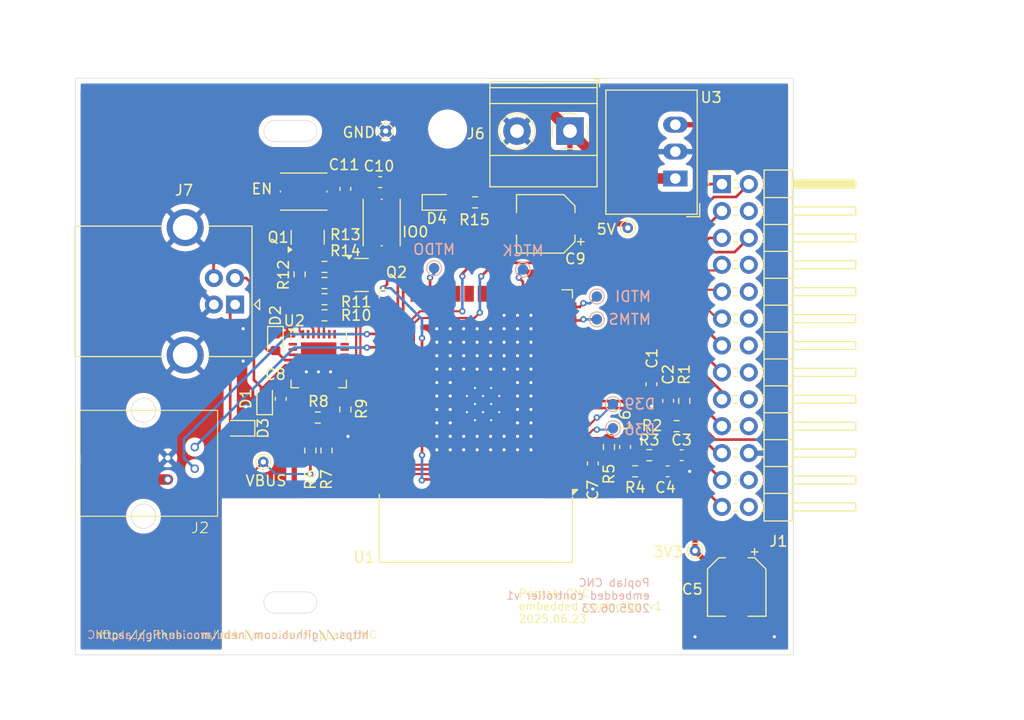
<source format=kicad_pcb>
(kicad_pcb (version 20241229) (generator "pcbnew") (generator_version "9.0")
  (layers (0 "F.Cu" signal) (2 "B.Cu" signal) (13 "F.Paste" user) (15 "B.Paste" user) (5 "F.SilkS" user "F.Silkscreen") (7 "B.SilkS" user "B.Silkscreen") (1 "F.Mask" user) (3 "B.Mask" user) (25 "Edge.Cuts" user))
  (net 0 "")
  (net 1 "D19")
  (net 2 "pin_18")
  (net 3 "D32")
  (net 4 "GND")
  (net 5 "pin_19")
  (net 6 "pin_21")
  (net 7 "D35")
  (net 8 "D34")
  (net 9 "3V3")
  (net 10 "D23")
  (net 11 "D27")
  (net 12 "pin_20")
  (net 13 "pin_23")
  (net 14 "pin_22")
  (net 16 "D26")
  (net 17 "D25")
  (net 18 "D33")
  (net 19 "D22")
  (net 20 "D5")
  (net 21 "D18")
  (net 23 "pin_17")
  (net 24 "pin_15")
  (net 25 "/EN")
  (net 26 "5V")
  (net 27 "/~{RTS}")
  (net 28 "Net-(Q1-B)")
  (net 29 "Net-(Q2-B)")
  (net 30 "/IO0")
  (net 31 "/~{DTR}")
  (net 32 "/VBUS")
  (net 33 "Net-(U2-VBUS)")
  (net 34 "Net-(U2-~{RST})")
  (net 35 "Net-(U2-~{SUSPEND})")
  (net 36 "/TXD0_ESP")
  (net 37 "/RXD_BRIDGE")
  (net 38 "/TXD_BRIDGE")
  (net 39 "/RXD0_ESP")
  (net 42 "D36")
  (net 44 "D21")
  (net 45 "/MTCK")
  (net 57 "/D-")
  (net 61 "/D+")
  (net 66 "Net-(Q2-E)")
  (net 67 "Net-(D4-A)")
  (net 68 "/U2TXD")
  (net 69 "/U2RXD")
  (net 70 "/MTDO")
  (net 71 "/MTMS")
  (net 72 "/MTDI")
  (net 73 "D2")
  (net 74 "D4")
  (net 77 "D39")
  (footprint "Diode_SMD:D_0603_1608Metric" (layer "F.Cu") (at 116.4335 61.722)
    (property "Reference" "D4")
    (property "Value" "LED")
  )
  (footprint "Library:RJ11_C189737" (layer "F.Cu") (at 93.472 86.362 90)
    (property "Reference" "J2")
    (property "Value" "RJ11")
    (fp_circle (center 5 -4.84) (end 6.15 -4.84) (stroke (width 0.05)) (fill no) (layer "Edge.Cuts"))
    (fp_circle (center -5 -4.84) (end -3.85 -4.84) (stroke (width 0.05)) (fill no) (layer "Edge.Cuts"))
  )
  (footprint "Diode_SMD:D_0603_1608Metric" (layer "F.Cu") (at 100.076 80.2895 90)
    (property "Reference" "D1")
    (property "Value" "D_TVS")
  )
  (footprint "Package_TO_SOT_SMD:SOT-23" (layer "F.Cu") (at 104.14 65.024 90)
    (property "Reference" "Q1")
    (property "Value" "SS8050")
  )
  (footprint "Resistor_SMD:R_0603_1608Metric" (layer "F.Cu") (at 132.588 84.823 90)
    (property "Reference" "R5")
    (property "Value" "10k")
  )
  (footprint "TestPoint:TestPoint_THTPad_D1.0mm_Drill0.5mm" (layer "F.Cu") (at 140.716 94.615)
    (property "Reference" "TP2")
    (property "Value" "3V3")
  )
  (footprint "TestPoint:TestPoint_THTPad_D1.0mm_Drill0.5mm" (layer "F.Cu") (at 99.949 86.233)
    (property "Reference" "TP1")
    (property "Value" "VBUS")
  )
  (footprint "Resistor_SMD:R_0603_1608Metric" (layer "F.Cu") (at 107.696 81.28 -90)
    (property "Reference" "R9")
    (property "Value" "DNP")
  )
  (footprint "Resistor_SMD:R_0603_1608Metric" (layer "F.Cu") (at 105.727 70.866 180)
    (property "Reference" "R11")
    (property "Value" "0R")
  )
  (footprint "Capacitor_SMD:C_0603_1608Metric" (layer "F.Cu") (at 107.696 60.452 90)
    (property "Reference" "C11")
    (property "Value" "100nF")
  )
  (footprint "Diode_SMD:D_0603_1608Metric" (layer "F.Cu") (at 101.092 74.93 -90)
    (property "Reference" "D2")
    (property "Value" "D_TVS")
  )
  (footprint "Capacitor_SMD:C_0603_1608Metric" (layer "F.Cu") (at 101.6 80.277 -90)
    (property "Reference" "C8")
    (property "Value" "100nF")
  )
  (footprint "Button_Switch_SMD:SW_Push_1P1T_NO_Vertical_Wuerth_434133025816" (layer "F.Cu") (at 103.759 60.706)
    (property "Reference" "SW2")
    (property "Value" "EN")
  )
  (footprint "Package_DFN_QFN:QFN-28-1EP_5x5mm_P0.5mm_EP3.35x3.35mm" (layer "F.Cu") (at 105.18 76.618)
    (property "Reference" "U2")
    (property "Value" "CP2102N-A02-GQFN28" (hide yes))
  )
  (footprint "Resistor_SMD:R_0603_1608Metric" (layer "F.Cu") (at 105.727 72.39 180)
    (property "Reference" "R10")
    (property "Value" "0R")
  )
  (footprint "Resistor_SMD:R_0603_1608Metric" (layer "F.Cu") (at 105.918 85.153 90)
    (property "Reference" "R7")
    (property "Value" "47.5k (1%)")
  )
  (footprint "Capacitor_SMD:C_0603_1608Metric" (layer "F.Cu") (at 138.176 80.4672 90)
    (property "Reference" "C2")
    (property "Value" "100nF")
  )
  (footprint "Resistor_SMD:R_0603_1608Metric" (layer "F.Cu") (at 105.727 69.342 180)
    (property "Reference" "R14")
    (property "Value" "0R")
  )
  (footprint "RF_Module:ESP32-WROOM-32" (layer "F.Cu") (at 120.02 79.863 180)
    (property "Reference" "U1")
    (property "Value" "ESP32-WROOM-32")
  )
  (footprint "Button_Switch_SMD:SW_Push_1P1T_NO_Vertical_Wuerth_434133025816" (layer "F.Cu") (at 111.125 63.627 -90)
    (property "Reference" "SW1")
    (property "Value" "IO0")
  )
  (footprint "MountingHole:MountingHole_3.2mm_M3" (layer "F.Cu") (at 117.35 99.65)
    (property "Reference" "H2" (hide yes))
    (property "Value" "MountingHole")
  )
  (footprint "TerminalBlock_Phoenix:TerminalBlock_Phoenix_MKDS-1,5-2_1x02_P5.00mm_Horizontal" (layer "F.Cu") (at 128.905 54.991 180)
    (property "Reference" "J6")
    (property "Value" "Screw_Terminal_01x02")
  )
  (footprint "Resistor_SMD:R_0603_1608Metric" (layer "F.Cu") (at 105.727 67.818)
    (property "Reference" "R13")
    (property "Value" "10k")
  )
  (footprint "Capacitor_SMD:C_0603_1608Metric" (layer "F.Cu") (at 134.112 84.823 -90)
    (property "Reference" "C6")
    (property "Value" "100nF")
  )
  (footprint "Diode_SMD:D_0603_1608Metric" (layer "F.Cu") (at 97.663 83.058 180)
    (property "Reference" "D3")
    (property "Value" "D_TVS")
  )
  (footprint "Capacitor_SMD:C_0603_1608Metric" (layer "F.Cu") (at 131.064 86.373 -90)
    (property "Reference" "C7")
    (property "Value" "100nF")
  )
  (footprint "Capacitor_SMD:CP_Elec_5x5.4" (layer "F.Cu") (at 126.619 63.754 180)
    (property "Reference" "C9")
    (property "Value" "10uF")
  )
  (footprint "Capacitor_SMD:C_0603_1608Metric" (layer "F.Cu") (at 138.126 87.122)
    (property "Reference" "C4")
    (property "Value" "100nF")
  )
  (footprint "Converter_DCDC:Converter_DCDC_RECOM_R-78E-0.5_THT" (layer "F.Cu") (at 138.8595 59.4705 90)
    (property "Reference" "U3")
    (property "Value" "R-78E3.3-1.0")
  )
  (footprint "Capacitor_SMD:C_0603_1608Metric" (layer "F.Cu") (at 136.6012 78.8924 -90)
    (property "Reference" "C1")
    (property "Value" "100nF")
  )
  (footprint "Resistor_SMD:R_0603_1608Metric" (layer "F.Cu") (at 139.7 80.4672 90)
    (property "Reference" "R1")
    (property "Value" "10k")
  )
  (footprint "Resistor_SMD:R_0603_1608Metric" (layer "F.Cu") (at 136.398 85.598)
    (property "Reference" "R3")
    (property "Value" "10k")
  )
  (footprint "Capacitor_SMD:CP_Elec_5x5.4" (layer "F.Cu") (at 144.653 98.044 -90)
    (property "Reference" "C5")
    (property "Value" "10uF")
  )
  (footprint "MountingHole:MountingHole_3.2mm_M3" (layer "F.Cu") (at 117.35 54.8)
    (property "Reference" "H1" (hide yes))
    (property "Value" "MountingHole")
  )
  (footprint "Package_TO_SOT_SMD:SOT-23" (layer "F.Cu") (at 109.22 68.58)
    (property "Reference" "Q2")
    (property "Value" "SS8050")
  )
  (footprint "Resistor_SMD:R_0603_1608Metric" (layer "F.Cu") (at 105.093 82.042)
    (property "Reference" "R8")
    (property "Value" "2k (5%)")
  )
  (footprint "Resistor_SMD:R_0603_1608Metric" (layer "F.Cu") (at 135.065 87.122)
    (property "Reference" "R4")
    (property "Value" "10k")
  )
  (footprint "TestPoint:TestPoint_THTPad_D1.0mm_Drill0.5mm" (layer "F.Cu") (at 111.506 54.991)
    (property "Reference" "TP4")
    (property "Value" "GND")
  )
  (footprint "Connector_PinHeader_2.54mm:PinHeader_2x13_P2.54mm_Horizontal" (layer "F.Cu") (at 143.256 60)
    (property "Reference" "J1")
    (property "Value" "Conn_02x13_Odd_Even")
  )
  (footprint "Resistor_SMD:R_0603_1608Metric" (layer "F.Cu") (at 119.952 61.722 180)
    (property "Reference" "R15")
    (property "Value" "2k (5%)")
  )
  (footprint "Resistor_SMD:R_0603_1608Metric" (layer "F.Cu") (at 103.378 68.517 90)
    (property "Reference" "R12")
    (property "Value" "10k")
  )
  (footprint "Connector_USB:USB_B_OST_USB-B1HSxx_Horizontal" (layer "F.Cu") (at 97.282 71.374 180)
    (property "Reference" "J7")
    (property "Value" "USB_B")
  )
  (footprint "TestPoint:TestPoint_THTPad_D1.0mm_Drill0.5mm" (layer "F.Cu") (at 134.366 64.135)
    (property "Reference" "TP3")
    (property "Value" "5V")
  )
  (footprint "Resistor_SMD:R_0603_1608Metric" (layer "F.Cu") (at 104.394 85.153 90)
    (property "Reference" "R6")
    (property "Value" "22.1k (1%)")
  )
  (footprint "Capacitor_SMD:C_0603_1608Metric" (layer "F.Cu") (at 139.446 85.598)
    (property "Reference" "C3")
    (property "Value" "100nF")
  )
  (footprint "Capacitor_SMD:C_0603_1608Metric" (layer "F.Cu") (at 110.985 59.817)
    (property "Reference" "C10")
    (property "Value" "100nF")
  )
  (footprint "Resistor_SMD:R_0603_1608Metric" (layer "F.Cu") (at 138.9766 82.8548 180)
    (property "Reference" "R2")
    (property "Value" "10k")
  )
  (footprint "TestPoint:TestPoint_Pad_D1.0mm" (layer "B.Cu") (at 124.46 68.072)
    (property "Reference" "TP6")
    (property "Value" "MTCK")
  )
  (footprint "TestPoint:TestPoint_Pad_D1.0mm" (layer "B.Cu") (at 131.445 72.771)
    (property "Reference" "TP7")
    (property "Value" "MTMS")
  )
  (footprint "TestPoint:TestPoint_Pad_D1.0mm" (layer "B.Cu") (at 131.445 70.612)
    (property "Reference" "TP5")
    (property "Value" "MTDI")
  )
  (footprint "TestPoint:TestPoint_Pad_D1.0mm" (layer "B.Cu") (at 132.969 83.058)
    (property "Reference" "TP9")
    (property "Value" "D36")
  )
  (footprint "TestPoint:TestPoint_Pad_D1.0mm" (layer "B.Cu") (at 116.078 67.945)
    (property "Reference" "TP8")
    (property "Value" "MTDO")
  )
  (footprint "TestPoint:TestPoint_Pad_D1.0mm" (layer "B.Cu") (at 132.969 80.772)
    (property "Reference" "TP10")
    (property "Value" "D39")
  )
  (gr_line (start 150 50) (end 150 104.45) (stroke (width 0.05)) (layer "Edge.Cuts"))
  (gr_arc (start 104 54) (mid 105 55) (end 104 56) (stroke (width 0.05)) (layer "Edge.Cuts"))
  (gr_arc (start 101 56) (mid 100 55) (end 101 54) (stroke (width 0.05)) (layer "Edge.Cuts"))
  (gr_arc (start 104 98.5) (mid 105 99.5) (end 104 100.5) (stroke (width 0.05)) (layer "Edge.Cuts"))
  (gr_curve (pts (xy 94.742 55.626) (xy 94.742 55.626) (xy 94.742 55.626) (xy 94.742 55.626)) (stroke (width 0.05)) (layer "Edge.Cuts"))
  (gr_line (start 101 100.5) (end 104 100.5) (stroke (width 0.05)) (layer "Edge.Cuts"))
  (gr_line (start 101 98.5) (end 104 98.5) (stroke (width 0.05)) (layer "Edge.Cuts"))
  (gr_line (start 101 56) (end 104 56) (stroke (width 0.05)) (layer "Edge.Cuts"))
  (gr_line (start 101 54) (end 104 54) (stroke (width 0.05)) (layer "Edge.Cuts"))
  (gr_line (start 82.2 50) (end 82.2 104.45) (stroke (width 0.05)) (layer "Edge.Cuts"))
  (gr_line (start 150 50) (end 82.2 50) (stroke (width 0.05)) (layer "Edge.Cuts"))
  (gr_line (start 150 104.45) (end 82.2 104.45) (stroke (width 0.05)) (layer "Edge.Cuts"))
  (gr_arc (start 101 100.5) (mid 100 99.5) (end 101 98.5) (stroke (width 0.05)) (layer "Edge.Cuts"))
  (gr_text "https://github.com/nebularnoise/PopLab_CNC" (at 84 103 0) (layer "F.SilkS") (effects (font (size 0.75 0.75) (thickness 0.1)) (justify left bottom)))
  (gr_text "Poplab CNC\nembedded controller v1\n2025.06.23" (at 124 101.5 0) (layer "F.SilkS") (effects (font (size 0.75 0.75) (thickness 0.1)) (justify left bottom)))
  (gr_text "Poplab CNC\nembedded controller v1\n2025.06.23" (at 136.5 100.5 0) (layer "B.SilkS") (effects (font (size 0.75 0.75) (thickness 0.1)) (justify left bottom mirror)))
  (gr_text "https://github.com/nebularnoise/PopLab_CNC" (at 110 103 0) (layer "B.SilkS") (effects (font (size 0.75 0.75) (thickness 0.1)) (justify left bottom mirror)))
  (segment (start 142.367 66.421) (end 144.455 66.421) (width 0.25) (layer "F.Cu") (net 1))
  (segment (start 114.173 77.32) (end 114.173 73.152) (width 0.2) (layer "F.Cu") (net 1))
  (segment (start 120.523 68.707) (end 121.793 67.437) (width 0.25) (layer "F.Cu") (net 1))
  (segment (start 114.681 72.644) (end 119.888 72.644) (width 0.2) (layer "F.Cu") (net 1))
  (segment (start 114.173 73.152) (end 114.681 72.644) (width 0.2) (layer "F.Cu") (net 1))
  (segment (start 121.793 67.437) (end 141.351 67.437) (width 0.25) (layer "F.Cu") (net 1))
  (segment (start 112.27 79.223) (end 113.2725 78.2205) (width 0.25) (layer "F.Cu") (net 1))
  (segment (start 141.351 67.437) (end 142.367 66.421) (width 0.25) (layer "F.Cu") (net 1))
  (segment (start 113.2725 78.2205) (end 113.424 78.069) (width 0.25) (layer "F.Cu") (net 1))
  (segment (start 144.455 66.421) (end 145.796 65.08) (width 0.25) (layer "F.Cu") (net 1))
  (segment (start 111.27 79.223) (end 112.27 79.223) (width 0.25) (layer "F.Cu") (net 1))
  (segment (start 113.2725 78.2205) (end 114.173 77.32) (width 0.2) (layer "F.Cu") (net 1))
  (segment (start 119.888 72.644) (end 120.396 72.136) (width 0.2) (layer "F.Cu") (net 1))
  (via (at 120.396 72.136) (size 0.6) (drill 0.3) (layers "F.Cu" "B.Cu") (net 1))
  (via (at 120.523 68.707) (size 0.6) (drill 0.3) (layers "F.Cu" "B.Cu") (net 1))
  (segment (start 120.396 68.834) (end 120.523 68.707) (width 0.25) (layer "B.Cu") (net 1))
  (segment (start 120.396 72.136) (end 120.396 68.834) (width 0.25) (layer "B.Cu") (net 1))
  (segment (start 141.408 84.004) (end 142.804 85.4) (width 0.25) (layer "F.Cu") (net 3))
  (segment (start 133.198 79.223) (end 136.8298 82.8548) (width 0.25) (layer "F.Cu") (net 3))
  (segment (start 138.176 82.8304) (end 138.1516 82.8548) (width 0.25) (layer "F.Cu") (net 3))
  (segment (start 128.77 79.223) (end 133.198 79.223) (width 0.25) (layer "F.Cu") (net 3))
  (segment (start 138.1516 82.8548) (end 138.1516 83.1352) (width 0.25) (layer "F.Cu") (net 3))
  (segment (start 136.8298 82.8548) (end 138.1516 82.8548) (width 0.25) (layer "F.Cu") (net 3))
  (segment (start 138.1516 83.1352) (end 139.0204 84.004) (width 0.25) (layer "F.Cu") (net 3))
  (segment (start 139.0204 84.004) (end 141.408 84.004) (width 0.25) (layer "F.Cu") (net 3))
  (segment (start 142.804 85.4) (end 143.256 85.4) (width 0.25) (layer "F.Cu") (net 3))
  (segment (start 138.176 81.2422) (end 138.176 82.8304) (width 0.25) (layer "F.Cu") (net 3))
  (segment (start 102.73 76.118) (end 104.68 76.118) (width 0.25) (layer "F.Cu") (net 4))
  (segment (start 138.1512 79.6674) (end 138.176 79.6922) (width 0.25) (layer "F.Cu") (net 4))
  (segment (start 136.6012 79.6674) (end 136.6012 80.9752) (width 0.25) (layer "F.Cu") (net 4))
  (segment (start 136.6012 79.6674) (end 138.1512 79.6674) (width 0.25) (layer "F.Cu") (net 4))
  (segment (start 104.68 76.118) (end 105.18 76.618) (width 0.25) (layer "F.Cu") (net 4))
  (segment (start 140.208 87.122) (end 138.901 87.122) (width 0.5) (layer "F.Cu") (net 4))
  (segment (start 135.636 84.074) (end 135.509 84.074) (width 0.25) (layer "F.Cu") (net 4))
  (segment (start 134.112 85.471) (end 134.112 85.598) (width 0.25) (layer "F.Cu") (net 4))
  (segment (start 131.064 88.7984) (end 131.064 87.148) (width 0.25) (layer "F.Cu") (net 4))
  (segment (start 135.509 84.074) (end 134.112 85.471) (width 0.25) (layer "F.Cu") (net 4))
  (via (at 122.682 77.47) (size 0.6) (drill 0.3) (layers "F.Cu" "B.Cu") (net 4))
  (via (at 105.156 77.724) (size 0.6) (drill 0.3) (layers "F.Cu" "B.Cu") (net 4))
  (via (at 116.332 77.47) (size 0.6) (drill 0.3) (layers "F.Cu" "B.Cu") (net 4))
  (via (at 140.716 102.743) (size 0.6) (drill 0.3) (layers "F.Cu" "B.Cu") (net 4))
  (via (at 122.682 72.39) (size 0.6) (drill 0.3) (layers "F.Cu" "B.Cu") (net 4))
  (via (at 123.952 73.66) (size 0.6) (drill 0.3) (layers "F.Cu" "B.Cu") (net 4))
  (via (at 116.332 73.66) (size 0.6) (drill 0.3) (layers "F.Cu" "B.Cu") (net 4))
  (via (at 117.602 74.93) (size 0.6) (drill 0.3) (layers "F.Cu" "B.Cu") (net 4))
  (via (at 117.602 80.01) (size 0.6) (drill 0.3) (layers "F.Cu" "B.Cu") (net 4))
  (via (at 98.044 76.708) (size 0.6) (drill 0.3) (layers "F.Cu" "B.Cu") (net 4))
  (via (at 116.332 85.09) (size 0.6) (drill 0.3) (layers "F.Cu" "B.Cu") (net 4))
  (via (at 107.95 83.82) (size 0.6) (drill 0.3) (layers "F.Cu" "B.Cu") (net 4))
  (via (at 148.209 102.743) (size 0.6) (drill 0.3) (layers "F.Cu" "B.Cu") (net 4))
  (via (at 120.142 73.66) (size 0.6) (drill 0.3) (layers "F.Cu" "B.Cu") (net 4))
  (via (at 123.952 72.39) (size 0.6) (drill 0.3) (layers "F.Cu" "B.Cu") (net 4))
  (via (at 106.299 77.724) (size 0.6) (drill 0.3) (layers "F.Cu" "B.Cu") (net 4))
  (via (at 125.222 78.74) (size 0.6) (drill 0.3) (layers "F.Cu" "B.Cu") (net 4))
  (via (at 123.952 74.93) (size 0.6) (drill 0.3) (layers "F.Cu" "B.Cu") (net 4))
  (via (at 122.682 74.93) (size 0.6) (drill 0.3) (layers "F.Cu" "B.Cu") (net 4))
  (via (at 118.872 77.47) (size 0.6) (drill 0.3) (layers "F.Cu" "B.Cu") (net 4))
  (via (at 125.222 77.47) (size 0.6) (drill 0.3) (layers "F.Cu" "B.Cu") (net 4))
  (via (at 123.952 80.01) (size 0.6) (drill 0.3) (layers "F.Cu" "B.Cu") (net 4))
  (via (at 116.332 76.2) (size 0.6) (drill 0.3) (layers "F.Cu" "B.Cu") (net 4))
  (via (at 125.222 72.39) (size 0.6) (drill 0.3) (layers "F.Cu" "B.Cu") (net 4))
  (via (at 121.412 85.09) (size 0.6) (drill 0.3) (layers "F.Cu" "B.Cu") (net 4))
  (via (at 125.222 83.82) (size 0.6) (drill 0.3) (layers "F.Cu" "B.Cu") (net 4))
  (via (at 116.332 74.93) (size 0.6) (drill 0.3) (layers "F.Cu" "B.Cu") (net 4))
  (via (at 117.602 76.2) (size 0.6) (drill 0.3) (layers "F.Cu" "B.Cu") (net 4))
  (via (at 125.222 82.55) (size 0.6) (drill 0.3) (layers "F.Cu" "B.Cu") (net 4))
  (via (at 123.952 78.74) (size 0.6) (drill 0.3) (layers "F.Cu" "B.Cu") (net 4))
  (via (at 121.412 76.2) (size 0.6) (drill 0.3) (layers "F.Cu" "B.Cu") (net 4))
  (via (at 117.602 82.55) (size 0.6) (drill 0.3) (layers "F.Cu" "B.Cu") (net 4))
  (via (at 116.332 78.74) (size 0.6) (drill 0.3) (layers "F.Cu" "B.Cu") (net 4))
  (via (at 104.013 77.724) (size 0.6) (drill 0.3) (layers "F.Cu" "B.Cu") (net 4))
  (via (at 120.142 77.47) (size 0.6) (drill 0.3) (layers "F.Cu" "B.Cu") (net 4))
  (via (at 121.412 73.66) (size 0.6) (drill 0.3) (layers "F.Cu" "B.Cu") (net 4))
  (via (at 125.222 80.01) (size 0.6) (drill 0.3) (layers "F.Cu" "B.Cu") (net 4))
  (via (at 125.222 76.2) (size 0.6) (drill 0.3) (layers "F.Cu" "B.Cu") (net 4))
  (via (at 131.064 88.7984) (size 0.6) (drill 0.3) (layers "F.Cu" "B.Cu") (net 4))
  (via (at 116.332 83.82) (size 0.6) (drill 0.3) (layers "F.Cu" "B.Cu") (net 4))
  (via (at 121.412 83.82) (size 0.6) (drill 0.3) (layers "F.Cu" "B.Cu") (net 4))
  (via (at 123.952 83.82) (size 0.6) (drill 0.3) (layers "F.Cu" "B.Cu") (net 4))
  (via (at 123.952 76.2) (size 0.6) (drill 0.3) (layers "F.Cu" "B.Cu") (net 4))
  (via (at 123.952 81.28) (size 0.6) (drill 0.3) (layers "F.Cu" "B.Cu") (net 4))
  (via (at 120.142 83.82) (size 0.6) (drill 0.3) (layers "F.Cu" "B.Cu") (net 4))
  (via (at 125.222 73.66) (size 0.6) (drill 0.3) (layers "F.Cu" "B.Cu") (net 4))
  (via (at 140.208 87.122) (size 0.6) (drill 0.3) (layers "F.Cu" "B.Cu") (net 4))
  (via (at 116.332 80.01) (size 0.6) (drill 0.3) (layers "F.Cu" "B.Cu") (net 4))
  (via (at 118.872 73.66) (size 0.6) (drill 0.3) (layers "F.Cu" "B.Cu") (net 4))
  (via (at 117.602 73.66) (size 0.6) (drill 0.3) (layers "F.Cu" "B.Cu") (net 4))
  (via (at 117.602 83.82) (size 0.6) (drill 0.3) (layers "F.Cu" "B.Cu") (net 4))
  (via (at 118.872 85.09) (size 0.6) (drill 0.3) (layers "F.Cu" "B.Cu") (net 4))
  (via (at 123.952 85.09) (size 0.6) (drill 0.3) (layers "F.Cu" "B.Cu") (net 4))
  (via (at 123.952 82.55) (size 0.6) (drill 0.3) (layers "F.Cu" "B.Cu") (net 4))
  (via (at 125.222 74.93) (size 0.6) (drill 0.3) (layers "F.Cu" "B.Cu") (net 4))
  (via (at 122.682 76.2) (size 0.6) (drill 0.3) (layers "F.Cu" "B.Cu") (net 4))
  (via (at 122.682 83.82) (size 0.6) (drill 0.3) (layers "F.Cu" "B.Cu") (net 4))
  (via (at 135.636 84.074) (size 0.6) (drill 0.3) (layers "F.Cu" "B.Cu") (net 4))
  (via (at 118.872 74.93) (size 0.6) (drill 0.3) (layers "F.Cu" "B.Cu") (net 4))
  (via (at 125.222 81.28) (size 0.6) (drill 0.3) (layers "F.Cu" "B.Cu") (net 4))
  (via (at 98.044 73.66) (size 0.6) (drill 0.3) (layers "F.Cu" "B.Cu") (net 4))
  (via (at 116.332 82.55) (size 0.6) (drill 0.3) (layers "F.Cu" "B.Cu") (net 4))
  (via (at 122.682 85.09) (size 0.6) (drill 0.3) (layers "F.Cu" "B.Cu") (net 4))
  (via (at 136.6012 80.9752) (size 0.6) (drill 0.3) (layers "F.Cu" "B.Cu") (net 4))
  (via (at 117.602 78.74) (size 0.6) (drill 0.3) (layers "F.Cu" "B.Cu") (net 4))
  (via (at 117.602 81.28) (size 0.6) (drill 0.3) (layers "F.Cu" "B.Cu") (net 4))
  (via (at 122.682 73.66) (size 0.6) (drill 0.3) (layers "F.Cu" "B.Cu") (net 4))
  (via (at 117.602 85.09) (size 0.6) (drill 0.3) (layers "F.Cu" "B.Cu") (net 4))
  (via (at 116.332 81.28) (size 0.6) (drill 0.3) (layers "F.Cu" "B.Cu") (net 4))
  (via (at 118.872 76.2) (size 0.6) (drill 0.3) (layers "F.Cu" "B.Cu") (net 4))
  (via (at 123.952 77.47) (size 0.6) (drill 0.3) (layers "F.Cu" "B.Cu") (net 4))
  (via (at 120.142 85.09) (size 0.6) (drill 0.3) (layers "F.Cu" "B.Cu") (net 4))
  (via (at 121.412 77.47) (size 0.6) (drill 0.3) (layers "F.Cu" "B.Cu") (net 4))
  (via (at 98.298 81.026) (size 0.6) (drill 0.3) (layers "F.Cu" "B.Cu") (net 4))
  (via (at 125.222 85.09) (size 0.6) (drill 0.3) (layers "F.Cu" "B.Cu") (net 4))
  (via (at 121.412 74.93) (size 0.6) (drill 0.3) (layers "F.Cu" "B.Cu") (net 4))
  (via (at 117.602 77.47) (size 0.6) (drill 0.3) (layers "F.Cu" "B.Cu") (net 4))
  (via (at 120.142 74.93) (size 0.6) (drill 0.3) (layers "F.Cu" "B.Cu") (net 4))
  (via (at 118.872 83.82) (size 0.6) (drill 0.3) (layers "F.Cu" "B.Cu") (net 4))
  (via (at 120.142 76.2) (size 0.6) (drill 0.3) (layers "F.Cu" "B.Cu") (net 4))
  (segment (start 133.83019 80.493) (end 136.64299 83.3058) (width 0.25) (layer "F.Cu") (net 7))
  (segment (start 136.6458 83.3058) (end 137.223 83.883) (width 0.25) (layer "F.Cu") (net 7))
  (segment (start 140.843 84.455) (end 141.478 85.09) (width 0.25) (layer "F.Cu") (net 7))
  (segment (start 128.77 80.493) (end 133.83019 80.493) (width 0.25) (layer "F.Cu") (net 7))
  (segment (start 137.223 85.598) (end 138.671 85.598) (width 0.25) (layer "F.Cu") (net 7))
  (segment (start 138.671 84.849) (end 139.065 84.455) (width 0.25) (layer "F.Cu") (net 7))
  (segment (start 141.478 86.162) (end 143.256 87.94) (width 0.25) (layer "F.Cu") (net 7))
  (segment (start 136.64299 83.3058) (end 136.6458 83.3058) (width 0.25) (layer "F.Cu") (net 7))
  (segment (start 138.671 85.598) (end 138.671 84.849) (width 0.25) (layer "F.Cu") (net 7))
  (segment (start 137.223 83.883) (end 137.223 85.598) (width 0.25) (layer "F.Cu") (net 7))
  (segment (start 139.065 84.455) (end 140.843 84.455) (width 0.25) (layer "F.Cu") (net 7))
  (segment (start 141.478 85.09) (end 141.478 86.162) (width 0.25) (layer "F.Cu") (net 7))
  (segment (start 135.89 87.122) (end 136.398 86.614) (width 0.25) (layer "F.Cu") (net 8))
  (segment (start 137.351 87.821) (end 137.922 88.392) (width 0.25) (layer "F.Cu") (net 8))
  (segment (start 137.922 88.392) (end 141.168 88.392) (width 0.25) (layer "F.Cu") (net 8))
  (segment (start 141.168 88.392) (end 143.256 90.48) (width 0.25) (layer "F.Cu") (net 8))
  (segment (start 130.429 81.153) (end 129.819 81.763) (width 0.25) (layer "F.Cu") (net 8))
  (segment (start 133.85238 81.153) (end 130.429 81.153) (width 0.25) (layer "F.Cu") (net 8))
  (segment (start 137.351 87.122) (end 137.351 87.821) (width 0.25) (layer "F.Cu") (net 8))
  (segment (start 136.398 86.614) (end 136.398 83.69862) (width 0.25) (layer "F.Cu") (net 8))
  (segment (start 129.819 81.763) (end 128.77 81.763) (width 0.25) (layer "F.Cu") (net 8))
  (segment (start 136.398 83.69862) (end 133.85238 81.153) (width 0.25) (layer "F.Cu") (net 8))
  (segment (start 135.89 87.122) (end 137.351 87.122) (width 0.25) (layer "F.Cu") (net 8))
  (segment (start 135.573 85.915) (end 134.366 87.122) (width 0.25) (layer "F.Cu") (net 9))
  (segment (start 101.6 79.502) (end 102.362 79.502) (width 0.5) (layer "F.Cu") (net 9))
  (segment (start 148.59 58.166) (end 144.8145 54.3905) (width 0.5) (layer "F.Cu") (net 9))
  (segment (start 139.7 81.2922) (end 139.7 82.7532) (width 0.25) (layer "F.Cu") (net 9))
  (segment (start 140.716 94.615) (end 141.945 95.844) (width 0.5) (layer "F.Cu") (net 9))
  (segment (start 128.188 86.843) (end 128.77 86.843) (width 0.5) (layer "F.Cu") (net 9))
  (segment (start 132.588 86.36) (end 133.35 87.122) (width 0.5) (layer "F.Cu") (net 9))
  (segment (start 135.573 85.598) (end 135.573 85.915) (width 0.25) (layer "F.Cu") (net 9))
  (segment (start 132.588 85.648) (end 132.588 88.392) (width 0.5) (layer "F.Cu") (net 9))
  (segment (start 102.73 78.372) (end 102.73 77.978) (width 0.5) (layer "F.Cu") (net 9))
  (segment (start 144.8145 54.3905) (end 138.8595 54.3905) (width 0.5) (layer "F.Cu") (net 9))
  (segment (start 139.8016 82.8548) (end 141.34861 82.8548) (width 0.25) (layer "F.Cu") (net 9))
  (segment (start 101.6 79.502) (end 102.73 78.372) (width 0.5) (layer "F.Cu") (net 9))
  (segment (start 142.61861 84.1248) (end 148.4884 84.1248) (width 0.25) (layer "F.Cu") (net 9))
  (segment (start 102.362 79.502) (end 102.87 80.01) (width 0.5) (layer "F.Cu") (net 9))
  (segment (start 125.8316 89.2048) (end 126.6952 88.3412) (width 0.5) (layer "F.Cu") (net 9))
  (segment (start 131.064 85.598) (end 132.538 85.598) (width 0.5) (layer "F.Cu") (net 9))
  (segment (start 132.588 85.648) (end 132.588 86.36) (width 0.5) (layer "F.Cu") (net 9))
  (segment (start 141.945 95.844) (end 146.98 95.844) (width 0.5) (layer "F.Cu") (net 9))
  (segment (start 132.588 88.392) (end 133.35 89.154) (width 0.5) (layer "F.Cu") (net 9))
  (segment (start 126.6952 88.3358) (end 128.188 86.843) (width 0.5) (layer "F.Cu") (net 9))
  (segment (start 102.87 84.074) (end 102.87 88.0872) (width 0.5) (layer "F.Cu") (net 9))
  (segment (start 130.81 85.598) (end 131.064 85.598) (width 0.5) (layer "F.Cu") (net 9))
  (segment (start 148.59 84.2264) (end 148.59 58.166) (width 0.5) (layer "F.Cu") (net 9))
  (segment (start 104.268 82.042) (end 102.87 82.042) (width 0.25) (layer "F.Cu") (net 9))
  (segment (start 128.77 86.843) (end 129.565 86.843) (width 0.5) (layer "F.Cu") (net 9))
  (segment (start 133.35 87.122) (end 134.24 87.122) (width 0.5) (layer "F.Cu") (net 9))
  (segment (start 139.7 89.154) (end 140.716 90.17) (width 0.5) (layer "F.Cu") (net 9))
  (segment (start 129.565 86.843) (end 130.81 85.598) (width 0.5) (layer "F.Cu") (net 9))
  (segment (start 141.34861 82.8548) (end 142.61861 84.1248) (width 0.25) (layer "F.Cu") (net 9))
  (segment (start 132.538 85.598) (end 132.588 85.648) (width 0.5) (layer "F.Cu") (net 9))
  (segment (start 139.7 82.7532) (end 139.8016 82.8548) (width 0.25) (layer "F.Cu") (net 9))
  (segment (start 102.87 88.0872) (end 103.9876 89.2048) (width 0.5) (layer "F.Cu") (net 9))
  (segment (start 103.9876 89.2048) (end 125.8316 89.2048) (width 0.5) (layer "F.Cu") (net 9))
  (segment (start 102.73 77.978) (end 102.73 78.118) (width 0.25) (layer "F.Cu") (net 9))
  (segment (start 126.6952 88.3412) (end 126.6952 88.3358) (width 0.5) (layer "F.Cu") (net 9))
  (segment (start 140.716 90.17) (end 140.716 94.615) (width 0.5) (layer "F.Cu") (net 9))
  (segment (start 148.4884 84.1248) (end 148.59 84.2264) (width 0.25) (layer "F.Cu") (net 9))
  (segment (start 102.87 80.01) (end 102.87 82.042) (width 0.5) (layer "F.Cu") (net 9))
  (segment (start 102.87 82.042) (end 102.87 82.55) (width 0.5) (layer "F.Cu") (net 9))
  (segment (start 133.35 89.154) (end 139.7 89.154) (width 0.5) (layer "F.Cu") (net 9))
  (segment (start 146.98 95.844) (end 148.59 94.234) (width 0.5) (layer "F.Cu") (net 9))
  (segment (start 102.73 77.618) (end 102.73 77.978) (width 0.25) (layer "F.Cu") (net 9))
  (segment (start 102.87 82.55) (end 102.87 84.074) (width 0.5) (layer "F.Cu") (net 9))
  (segment (start 148.59 94.234) (end 148.59 84.2264) (width 0.5) (layer "F.Cu") (net 9))
  (segment (start 134.366 87.122) (end 134.24 87.122) (width 0.25) (layer "F.Cu") (net 9))
  (segment (start 111.27 86.843) (end 113.005 86.843) (width 0.2) (layer "F.Cu") (net 10))
  (segment (start 113.928 87.370702) (end 113.933298 87.376) (width 0.2) (layer "F.Cu") (net 10))
  (segment (start 113.005 86.843) (end 113.538 87.376) (width 0.2) (layer "F.Cu") (net 10))
  (segment (start 115.18 87.370702) (end 115.18 87.376) (width 0.2) (layer "F.Cu") (net 10))
  (segment (start 113.538 87.376) (end 113.928 87.376) (width 0.2) (layer "F.Cu") (net 10))
  (segment (start 127.508 85.46819) (end 127.508 70.866) (width 0.2) (layer "F.Cu") (net 10))
  (segment (start 127.508 70.866) (end 129.159 69.215) (width 0.2) (layer "F.Cu") (net 10))
  (segment (start 113.928 87.376) (end 113.928 87.370702) (width 0.2) (layer "F.Cu") (net 10))
  (segment (start 142.804 72.7) (end 143.256 72.7) (width 0.2) (layer "F.Cu") (net 10))
  (segment (start 125.60019 87.376) (end 127.508 85.46819) (width 0.2) (layer "F.Cu") (net 10))
  (segment (start 115.18 87.376) (end 125.60019 87.376) (width 0.2) (layer "F.Cu") (net 10))
  (segment (start 129.159 69.215) (end 139.319 69.215) (width 0.2) (layer "F.Cu") (net 10))
  (segment (start 113.933298 87.376) (end 115.174702 87.376) (width 0.2) (layer "F.Cu") (net 10))
  (segment (start 139.319 69.215) (end 142.804 72.7) (width 0.2) (layer "F.Cu") (net 10))
  (segment (start 115.174702 87.376) (end 115.18 87.370702) (width 0.2) (layer "F.Cu") (net 10))
  (segment (start 142.08 74.064) (end 143.256 75.24) (width 0.25) (layer "F.Cu") (net 11))
  (segment (start 128.77 74.143) (end 128.849 74.064) (width 0.25) (layer "F.Cu") (net 11))
  (segment (start 128.849 74.064) (end 142.08 74.064) (width 0.25) (layer "F.Cu") (net 11))
  (segment (start 140.889 75.413) (end 143.256 77.78) (width 0.25) (layer "F.Cu") (net 16))
  (segment (start 128.77 75.413) (end 140.889 75.413) (width 0.25) (layer "F.Cu") (net 16))
  (segment (start 143.256 79.6036) (end 143.256 80.32) (width 0.25) (layer "F.Cu") (net 17))
  (segment (start 140.3354 76.683) (end 143.256 79.6036) (width 0.25) (layer "F.Cu") (net 17))
  (segment (start 128.77 76.683) (end 140.3354 76.683) (width 0.25) (layer "F.Cu") (net 17))
  (segment (start 143.256 82.4992) (end 143.256 82.86) (width 0.25) (layer "F.Cu") (net 18))
  (segment (start 128.77 77.953) (end 136.4368 77.953) (width 0.25) (layer "F.Cu") (net 18))
  (segment (start 136.6012 78.1174) (end 136.639 78.0796) (width 0.25) (layer "F.Cu") (net 18))
  (segment (start 139.713 79.6292) (end 139.7 79.6422) (width 0.25) (layer "F.Cu") (net 18))
  (segment (start 139.7 79.6422) (end 139.7 79.6544) (width 0.25) (layer "F.Cu") (net 18))
  (segment (start 140.0382 79.6422) (end 143.256 82.86) (width 0.25) (layer "F.Cu") (net 18))
  (segment (start 138.938 78.0796) (end 139.7 78.8416) (width 0.25) (layer "F.Cu") (net 18))
  (segment (start 136.639 78.0796) (end 138.938 78.0796) (width 0.25) (layer "F.Cu") (net 18))
  (segment (start 136.4368 77.953) (end 136.6012 78.1174) (width 0.25) (layer "F.Cu") (net 18))
  (segment (start 139.7 79.6422) (end 140.0382 79.6422) (width 0.25) (layer "F.Cu") (net 18))
  (segment (start 139.7 78.8416) (end 139.7 79.6422) (width 0.25) (layer "F.Cu") (net 18))
  (segment (start 127.057 85.28138) (end 125.41338 86.925) (width 0.25) (layer "F.Cu") (net 19))
  (segment (start 125.41338 86.925) (end 115.372108 86.925) (width 0.25) (layer "F.Cu") (net 19))
  (segment (start 114.120108 86.925) (end 114.11481 86.919702) (width 0.25) (layer "F.Cu") (net 19))
  (segment (start 141.224 69.977) (end 143.073 69.977) (width 0.2) (layer "F.Cu") (net 19))
  (segment (start 127.082 70.784) (end 127.057 70.809) (width 0.25) (layer "F.Cu") (net 19))
  (segment (start 139.827 68.58) (end 129.191545 68.58) (width 0.25) (layer "F.Cu") (net 19))
  (segment (start 111.295 85.598) (end 111.27 85.573) (width 0.25) (layer "F.Cu") (net 19))
  (segment (start 115.36681 86.919702) (end 114.99319 86.919702) (width 0.25) (layer "F.Cu") (net 19))
  (segment (start 143.073 69.977) (end 143.256 70.16) (width 0.2) (layer "F.Cu") (net 19))
  (segment (start 112.522 85.598) (end 111.295 85.598) (width 0.25) (layer "F.Cu") (net 19))
  (segment (start 127.057 70.809) (end 127.057 85.28138) (width 0.25) (layer "F.Cu") (net 19))
  (segment (start 129.191545 68.58) (end 127.082 70.689546) (width 0.25) (layer "F.Cu") (net 19))
  (segment (start 113.843702 86.919702) (end 112.522 85.598) (width 0.25) (layer "F.Cu") (net 19))
  (segment (start 127.082 70.689546) (end 127.082 70.784) (width 0.25) (layer "F.Cu") (net 19))
  (segment (start 114.11481 86.919702) (end 113.843702 86.919702) (width 0.25) (layer "F.Cu") (net 19))
  (segment (start 139.827 68.58) (end 141.224 69.977) (width 0.2) (layer "F.Cu") (net 19))
  (segment (start 114.99319 86.919702) (end 114.987892 86.925) (width 0.25) (layer "F.Cu") (net 19))
  (segment (start 114.987892 86.925) (end 114.120108 86.925) (width 0.25) (layer "F.Cu") (net 19))
  (segment (start 115.372108 86.925) (end 115.36681 86.919702) (width 0.25) (layer "F.Cu") (net 19))
  (segment (start 144.582 61.214) (end 145.796 60) (width 0.25) (layer "F.Cu") (net 20))
  (segment (start 113.157 75.796) (end 113.157 67.564) (width 0.25) (layer "F.Cu") (net 20))
  (segment (start 114.935 65.786) (end 137.922 65.786) (width 0.25) (layer "F.Cu") (net 20))
  (segment (start 111.27 76.683) (end 112.27 76.683) (width 0.25) (layer "F.Cu") (net 20))
  (segment (start 112.27 76.683) (end 113.157 75.796) (width 0.25) (layer "F.Cu") (net 20))
  (segment (start 142.494 61.214) (end 144.582 61.214) (width 0.25) (layer "F.Cu") (net 20))
  (segment (start 113.157 67.564) (end 114.935 65.786) (width 0.25) (layer "F.Cu") (net 20))
  (segment (start 137.922 65.786) (end 142.494 61.214) (width 0.25) (layer "F.Cu") (net 20))
  (segment (start 112.973 77.25) (end 113.665 76.558) (width 0.2) (layer "F.Cu") (net 21))
  (segment (start 140.204919 66.929) (end 142.053919 65.08) (width 0.25) (layer "F.Cu") (net 21))
  (segment (start 142.053919 65.08) (end 143.256 65.08) (width 0.25) (layer "F.Cu") (net 21))
  (segment (start 113.665 76.558) (end 113.665 73.0929) (width 0.2) (layer "F.Cu") (net 21))
  (segment (start 118.745 68.453) (end 120.269 66.929) (width 0.25) (layer "F.Cu") (net 21))
  (segment (start 113.665 73.0929) (end 114.7489 72.009) (width 0.2) (layer "F.Cu") (net 21))
  (segment (start 111.27 77.953) (end 112.27 77.953) (width 0.25) (layer "F.Cu") (net 21))
  (segment (start 112.27 77.953) (end 112.973 77.25) (width 0.25) (layer "F.Cu") (net 21))
  (segment (start 118.745 68.707) (end 118.745 68.453) (width 0.25) (layer "F.Cu") (net 21))
  (segment (start 120.269 66.929) (end 140.204919 66.929) (width 0.25) (layer "F.Cu") (net 21))
  (segment (start 114.7489 72.009) (end 118.745 72.009) (width 0.2) (layer "F.Cu") (net 21))
  (via (at 118.745 72.009) (size 0.6) (drill 0.3) (layers "F.Cu" "B.Cu") (net 21))
  (via (at 118.745 68.707) (size 0.6) (drill 0.3) (layers "F.Cu" "B.Cu") (net 21))
  (segment (start 118.745 72.009) (end 118.745 68.707) (width 0.25) (layer "B.Cu") (net 21))
  (segment (start 132.842 83.998) (end 132.588 83.998) (width 0.2) (layer "F.Cu") (net 25))
  (segment (start 105.809 61.781) (end 107.142 61.781) (width 0.2) (layer "F.Cu") (net 25))
  (segment (start 115.011358 87.884) (end 125.73 87.884) (width 0.25) (layer "F.Cu") (net 25))
  (segment (start 129.311 85.573) (end 130.886 83.998) (width 0.25) (layer "F.Cu") (net 25))
  (segment (start 104.2185 64.008) (end 104.14 64.0865) (width 0.25) (layer "F.Cu") (net 25))
  (segment (start 125.73 87.884) (end 128.041 85.573) (width 0.25) (layer "F.Cu") (net 25))
  (segment (start 114.935 85.598) (end 114.935 74.549) (width 0.25) (layer "F.Cu") (net 25))
  (segment (start 111.633 69.469) (end 111.633 66.802) (width 0.25) (layer "F.Cu") (net 25))
  (segment (start 132.892 84.048) (end 132.842 83.998) (width 0.2) (layer "F.Cu") (net 25))
  (segment (start 101.684 61.781) (end 104.14 61.781) (width 0.2) (layer "F.Cu") (net 25))
  (segment (start 111.125 66.294) (end 111.125 64.897) (width 0.25) (layer "F.Cu") (net 25))
  (segment (start 104.14 61.781) (end 105.809 61.781) (width 0.2) (layer "F.Cu") (net 25))
  (segment (start 110.236 64.008) (end 104.2185 64.008) (width 0.25) (layer "F.Cu") (net 25))
  (segment (start 104.14 64.0865) (end 104.14 61.781) (width 0.2) (layer "F.Cu") (net 25))
  (segment (start 111.252 69.85) (end 111.633 69.469) (width 0.25) (layer "F.Cu") (net 25))
  (segment (start 128.77 85.573) (end 129.311 85.573) (width 0.25) (layer "F.Cu") (net 25))
  (segment (start 130.886 83.998) (end 132.588 83.998) (width 0.25) (layer "F.Cu") (net 25))
  (segment (start 114.919358 87.976) (end 115.011358 87.884) (width 0.25) (layer "F.Cu") (net 25))
  (segment (start 134.112 84.048) (end 132.892 84.048) (width 0.2) (layer "F.Cu") (net 25))
  (segment (start 111.125 64.897) (end 110.236 64.008) (width 0.25) (layer "F.Cu") (net 25))
  (segment (start 111.633 66.802) (end 111.125 66.294) (width 0.25) (layer "F.Cu") (net 25))
  (segment (start 107.142 61.781) (end 107.696 61.227) (width 0.2) (layer "F.Cu") (net 25))
  (segment (start 128.041 85.573) (end 128.77 85.573) (width 0.25) (layer "F.Cu") (net 25))
  (via (at 114.919358 87.976) (size 0.6) (drill 0.3) (layers "F.Cu" "B.Cu") (net 25))
  (via (at 114.935 85.598) (size 0.6) (drill 0.3) (layers "F.Cu" "B.Cu") (net 25))
  (via (at 111.252 69.85) (size 0.6) (drill 0.3) (layers "F.Cu" "B.Cu") (net 25))
  (via (at 114.935 74.549) (size 0.6) (drill 0.3) (layers "F.Cu" "B.Cu") (net 25))
  (segment (start 114.935 87.443) (end 114.935 85.598) (width 0.25) (layer "B.Cu") (net 25))
  (segment (start 114.935 72.771) (end 112.014 69.85) (width 0.25) (layer "B.Cu") (net 25))
  (segment (start 114.935 74.549) (end 114.935 72.771) (width 0.25) (layer "B.Cu") (net 25))
  (segment (start 114.919358 87.458642) (end 114.935 87.443) (width 0.25) (layer "B.Cu") (net 25))
  (segment (start 114.919358 87.976) (end 114.919358 87.458642) (width 0.25) (layer "B.Cu") (net 25))
  (segment (start 112.014 69.85) (end 111.252 69.85) (width 0.25) (layer "B.Cu") (net 25))
  (segment (start 83.201 85.344) (end 85.749 87.892) (width 1) (layer "F.Cu") (net 26))
  (segment (start 97.483 51.001) (end 97.028 51.001) (width 1) (layer "F.Cu") (net 26))
  (segment (start 128.905 54.991) (end 128.905 63.668) (width 0.5) (layer "F.Cu") (net 26))
  (segment (start 138.8595 59.4705) (end 133.3845 59.4705) (width 1) (layer "F.Cu") (net 26))
  (segment (start 85.749 87.892) (end 90.932 87.892) (width 1) (layer "F.Cu") (net 26))
  (segment (start 97.028 51.001) (end 124.915 51.001) (width 1) (layer "F.Cu") (net 26))
  (segment (start 133.985 63.754) (end 134.366 64.135) (width 0.5) (layer "F.Cu") (net 26))
  (segment (start 83.619 51.001) (end 83.201 51.419) (width 1) (layer "F.Cu") (net 26))
  (segment (start 124.915 51.001) (end 128.905 54.991) (width 1) (layer "F.Cu") (net 26))
  (segment (start 133.3845 59.4705) (end 128.905 54.991) (width 1) (layer "F.Cu") (net 26))
  (segment (start 97.028 51.001) (end 83.619 51.001) (width 1) (layer "F.Cu") (net 26))
  (segment (start 126.787 61.722) (end 128.819 63.754) (width 0.5) (layer "F.Cu") (net 26))
  (segment (start 128.905 63.668) (end 128.819 63.754) (width 0.5) (layer "F.Cu") (net 26))
  (segment (start 120.777 61.722) (end 126.787 61.722) (width 0.5) (layer "F.Cu") (net 26))
  (segment (start 128.819 63.754) (end 133.985 63.754) (width 0.5) (layer "F.Cu") (net 26))
  (segment (start 83.201 51.419) (end 83.201 85.344) (width 1) (layer "F.Cu") (net 26))
  (segment (start 105.09 67.63) (end 104.902 67.818) (width 0.2) (layer "F.Cu") (net 27))
  (segment (start 104.902 67.818) (end 105.156 67.818) (width 0.2) (layer "F.Cu") (net 27))
  (segment (start 105.664 68.326) (end 105.664 74.152) (width 0.2) (layer "F.Cu") (net 27))
  (segment (start 105.664 74.152) (end 105.68 74.168) (width 0.2) (layer "F.Cu") (net 27))
  (segment (start 105.156 67.818) (end 105.664 68.326) (width 0.2) (layer "F.Cu") (net 27))
  (segment (start 105.09 65.9615) (end 105.09 67.63) (width 0.2) (layer "F.Cu") (net 27))
  (segment (start 103.19 67.504) (end 103.378 67.692) (width 0.2) (layer "F.Cu") (net 28))
  (segment (start 103.19 65.9615) (end 103.19 67.504) (width 0.2) (layer "F.Cu") (net 28))
  (segment (start 106.74 67.63) (end 106.552 67.818) (width 0.2) (layer "F.Cu") (net 29))
  (segment (start 108.2825 67.63) (end 106.74 67.63) (width 0.2) (layer "F.Cu") (net 29))
  (segment (start 110.05 65.677) (end 110.05 68.4725) (width 0.2) (layer "F.Cu") (net 30))
  (segment (start 110.05 61.552) (end 110.05 59.977) (width 0.2) (layer "F.Cu") (net 30))
  (segment (start 110.1575 71.0415) (end 110.1575 68.58) (width 0.2) (layer "F.Cu") (net 30))
  (segment (start 111.27 71.603) (end 110.719 71.603) (width 0.2) (layer "F.Cu") (net 30))
  (segment (start 110.05 68.4725) (end 110.1575 68.58) (width 0.2) (layer "F.Cu") (net 30))
  (segment (start 110.05 59.977) (end 110.21 59.817) (width 0.2) (layer "F.Cu") (net 30))
  (segment (start 110.719 71.603) (end 110.1575 71.0415) (width 0.2) (layer "F.Cu") (net 30))
  (segment (start 103.68 74.168) (end 103.378 73.866) (width 0.2) (layer "F.Cu") (net 31))
  (segment (start 103.378 73.866) (end 103.378 69.342) (width 0.2) (layer "F.Cu") (net 31))
  (segment (start 103.378 69.342) (end 104.902 69.342) (width 0.2) (layer "F.Cu") (net 31))
  (segment (start 96.8248 71.8312) (end 96.8248 86.1568) (width 0.25) (layer "F.Cu") (net 32))
  (segment (start 99.06 87.122) (end 99.949 86.233) (width 0.2) (layer "F.Cu") (net 32))
  (segment (start 96.8248 86.1568) (end 97.79 87.122) (width 0.25) (layer "F.Cu") (net 32))
  (segment (start 97.79 87.122) (end 99.06 87.122) (width 0.2) (layer "F.Cu") (net 32))
  (segment (start 97.282 71.374) (end 96.8248 71.8312) (width 0.25) (layer "F.Cu") (net 32))
  (segment (start 104.394 85.978) (end 104.394 87.376) (width 0.25) (layer "F.Cu") (net 32))
  (via (at 104.394 87.376) (size 0.6) (drill 0.3) (layers "F.Cu" "B.Cu") (net 32))
  (segment (start 101.092 87.376) (end 99.949 86.233) (width 0.2) (layer "B.Cu") (net 32))
  (segment (start 104.394 87.376) (end 101.092 87.376) (width 0.2) (layer "B.Cu") (net 32))
  (segment (start 103.68 80.058) (end 105.156 81.534) (width 0.25) (layer "F.Cu") (net 33))
  (segment (start 105.918 84.328) (end 104.394 84.328) (width 0.25) (layer "F.Cu") (net 33))
  (segment (start 105.156 81.534) (end 105.156 83.566) (width 0.25) (layer "F.Cu") (net 33))
  (segment (start 105.156 83.566) (end 104.394 84.328) (width 0.25) (layer "F.Cu") (net 33))
  (segment (start 103.68 79.068) (end 103.68 80.058) (width 0.25) (layer "F.Cu") (net 33))
  (segment (start 105.918 81.534) (end 105.918 82.042) (width 0.25) (layer "F.Cu") (net 34))
  (segment (start 104.18 79.796) (end 105.918 81.534) (width 0.25) (layer "F.Cu") (net 34))
  (segment (start 104.18 79.068) (end 104.18 79.796) (width 0.25) (layer "F.Cu") (net 34))
  (segment (start 107.251 80.01) (end 107.696 80.455) (width 0.2) (layer "F.Cu") (net 35))
  (segment (start 105.18 79.78) (end 105.41 80.01) (width 0.2) (layer "F.Cu") (net 35))
  (segment (start 105.18 79.068) (end 105.18 79.78) (width 0.2) (layer "F.Cu") (net 35))
  (segment (start 105.41 80.01) (end 107.251 80.01) (width 0.2) (layer "F.Cu") (net 35))
  (segment (start 110.828 84.303) (end 108.712 82.187) (width 0.2) (layer "F.Cu") (net 36))
  (segment (start 108.712 82.187) (end 108.712 73.152) (width 0.2) (layer "F.Cu") (net 36))
  (segment (start 111.27 84.303) (end 110.828 84.303) (width 0.2) (layer "F.Cu") (net 36))
  (segment (start 107.95 72.39) (end 106.552 72.39) (width 0.2) (layer "F.Cu") (net 36))
  (segment (start 108.712 73.152) (end 107.95 72.39) (width 0.2) (layer "F.Cu") (net 36))
  (segment (start 105.18 74.168) (end 105.18 72.668) (width 0.2) (layer "F.Cu") (net 37))
  (segment (start 105.18 72.668) (end 104.902 72.39) (width 0.2) (layer "F.Cu") (net 37))
  (segment (start 104.68 73.692) (end 103.886 72.898) (width 0.2) (layer "F.Cu") (net 38))
  (segment (start 103.886 71.374) (end 104.394 70.866) (width 0.2) (layer "F.Cu") (net 38))
  (segment (start 103.886 72.898) (end 103.886 71.374) (width 0.2) (layer "F.Cu") (net 38))
  (segment (start 104.68 74.168) (end 104.68 73.692) (width 0.2) (layer "F.Cu") (net 38))
  (segment (start 104.394 70.866) (end 104.902 70.866) (width 0.2) (layer "F.Cu") (net 38))
  (segment (start 109.113 72.283) (end 109.113 81.788) (width 0.2) (layer "F.Cu") (net 39))
  (segment (start 107.696 70.866) (end 109.113 72.283) (width 0.2) (layer "F.Cu") (net 39))
  (segment (start 106.552 70.866) (end 107.696 70.866) (width 0.2) (layer "F.Cu") (net 39))
  (segment (start 110.358 83.033) (end 111.27 83.033) (width 0.2) (layer "F.Cu") (net 39))
  (segment (start 109.113 81.788) (end 110.358 83.033) (width 0.2) (layer "F.Cu") (net 39))
  (segment (start 129.978546 84.303) (end 131.096546 83.185) (width 0.2) (layer "F.Cu") (net 42))
  (segment (start 131.096546 83.185) (end 131.445 83.185) (width 0.2) (layer "F.Cu") (net 42))
  (segment (start 128.77 84.303) (end 129.978546 84.303) (width 0.2) (layer "F.Cu") (net 42))
  (via (at 131.445 83.185) (size 0.6) (drill 0.3) (layers "F.Cu" "B.Cu") (net 42))
  (segment (start 131.445 83.185) (end 132.842 83.185) (width 0.2) (layer "B.Cu") (net 42))
  (segment (start 132.842 83.185) (end 132.969 83.058) (width 0.2) (layer "B.Cu") (net 42))
  (segment (start 112.22 81.763) (end 112.903 82.446) (width 0.2) (layer "F.Cu") (net 44))
  (segment (start 125.248926 86.487) (end 126.631 85.104926) (width 0.2) (layer "F.Cu") (net 44))
  (segment (start 126.631 70.248735) (end 128.725736 68.154) (width 0.2) (layer "F.Cu") (net 44))
  (segment (start 126.631 85.104926) (end 126.631 70.248735) (width 0.2) (layer "F.Cu") (net 44))
  (segment (start 142.722 68.154) (end 143.256 67.62) (width 0.2) (layer "F.Cu") (net 44))
  (segment (start 114.296562 86.499) (end 114.808 86.499) (width 0.2) (layer "F.Cu") (net 44))
  (segment (start 114.173 86.493702) (end 114.291264 86.493702) (width 0.2) (layer "F.Cu") (net 44))
  (segment (start 112.903 85.223702) (end 114.173 86.493702) (width 0.2) (layer "F.Cu") (net 44))
  (segment (start 114.82 86.487) (end 125.248926 86.487) (width 0.2) (layer "F.Cu") (net 44))
  (segment (start 112.903 82.446) (end 112.903 85.223702) (width 0.2) (layer "F.Cu") (net 44))
  (segment (start 114.808 86.499) (end 114.82 86.487) (width 0.2) (layer "F.Cu") (net 44))
  (segment (start 114.291264 86.493702) (end 114.296562 86.499) (width 0.2) (layer "F.Cu") (net 44))
  (segment (start 128.725736 68.154) (end 142.722 68.154) (width 0.2) (layer "F.Cu") (net 44))
  (segment (start 111.27 81.763) (end 112.22 81.763) (width 0.2) (layer "F.Cu") (net 44))
  (segment (start 124.46 69.215) (end 124.079 68.834) (width 0.25) (layer "F.Cu") (net 45))
  (segment (start 124.46 70.353) (end 124.46 69.215) (width 0.25) (layer "F.Cu") (net 45))
  (via (at 124.079 68.834) (size 0.6) (drill 0.3) (layers "F.Cu" "B.Cu") (net 45))
  (segment (start 124.079 68.453) (end 124.46 68.072) (width 0.25) (layer "B.Cu") (net 45))
  (segment (start 124.079 68.834) (end 124.079 68.453) (width 0.25) (layer "B.Cu") (net 45))
  (segment (start 99.06 78.486) (end 100.076 79.502) (width 0.25) (layer "F.Cu") (net 57))
  (segment (start 102.022501 77.118) (end 102.73 77.118) (width 0.25) (layer "F.Cu") (net 57))
  (segment (start 100.076 79.064501) (end 102.022501 77.118) (width 0.25) (layer "F.Cu") (net 57))
  (segment (start 99.06 69.596) (end 99.06 78.486) (width 0.25) (layer "F.Cu") (net 57))
  (segment (start 100.076 79.502) (end 100.076 79.064501) (width 0.25) (layer "F.Cu") (net 57))
  (segment (start 98.338 68.874) (end 99.06 69.596) (width 0.25) (layer "F.Cu") (net 57))
  (segment (start 97.282 68.874) (end 98.338 68.874) (width 0.25) (layer "F.Cu") (net 57))
  (segment (start 95.25 68.842) (end 95.25 67.564) (width 0.25) (layer "F.Cu") (net 61))
  (segment (start 100.381 75.7175) (end 101.092 75.7175) (width 0.25) (layer "F.Cu") (net 61))
  (segment (start 95.282 68.874) (end 95.25 68.842) (width 0.25) (layer "F.Cu") (net 61))
  (segment (start 101.092 75.7175) (end 101.9925 76.618) (width 0.25) (layer "F.Cu") (net 61))
  (segment (start 101.9925 76.618) (end 102.73 76.618) (width 0.25) (layer "F.Cu") (net 61))
  (segment (start 99.822 67.564) (end 99.822 75.1585) (width 0.25) (layer "F.Cu") (net 61))
  (segment (start 95.25 67.564) (end 95.758 67.056) (width 0.25) (layer "F.Cu") (net 61))
  (segment (start 99.314 67.056) (end 99.822 67.564) (width 0.25) (layer "F.Cu") (net 61))
  (segment (start 99.822 75.1585) (end 100.381 75.7175) (width 0.25) (layer "F.Cu") (net 61))
  (segment (start 95.758 67.056) (end 99.314 67.056) (width 0.25) (layer "F.Cu") (net 61))
  (segment (start 106.552 69.342) (end 108.0945 69.342) (width 0.2) (layer "F.Cu") (net 66))
  (segment (start 108.0945 69.342) (end 108.2825 69.53) (width 0.2) (layer "F.Cu") (net 66))
  (segment (start 117.221 61.722) (end 119.127 61.722) (width 0.25) (layer "F.Cu") (net 67))
  (segment (start 111.27 75.413) (end 109.753 75.413) (width 0.25) (layer "F.Cu") (net 68))
  (segment (start 109.753 75.413) (end 109.728 75.438) (width 0.25) (layer "F.Cu") (net 68))
  (via (at 109.728 75.438) (size 0.6) (drill 0.3) (layers "F.Cu" "B.Cu") (net 68))
  (segment (start 102.866 75.438) (end 93.472 84.832) (width 0.25) (layer "B.Cu") (net 68))
  (segment (start 109.728 75.438) (end 102.866 75.438) (width 0.25) (layer "B.Cu") (net 68))
  (segment (start 111.27 74.143) (end 109.753 74.143) (width 0.25) (layer "F.Cu") (net 69))
  (segment (start 109.753 74.143) (end 109.728 74.168) (width 0.25) (layer "F.Cu") (net 69))
  (via (at 109.728 74.168) (size 0.6) (drill 0.3) (layers "F.Cu" "B.Cu") (net 69))
  (segment (start 102.362 74.168) (end 92.456 84.074) (width 0.25) (layer "B.Cu") (net 69))
  (segment (start 92.456 85.856) (end 93.472 86.872) (width 0.25) (layer "B.Cu") (net 69))
  (segment (start 109.728 74.168) (end 102.362 74.168) (width 0.25) (layer "B.Cu") (net 69))
  (segment (start 92.456 84.074) (end 92.456 85.856) (width 0.25) (layer "B.Cu") (net 69))
  (segment (start 115.697 70.226) (end 115.57 70.353) (width 0.25) (layer "F.Cu") (net 70))
  (segment (start 115.697 68.834) (end 115.697 70.226) (width 0.25) (layer "F.Cu") (net 70))
  (via (at 115.697 68.834) (size 0.6) (drill 0.3) (layers "F.Cu" "B.Cu") (net 70))
  (segment (start 116.078 67.945) (end 116.078 68.453) (width 0.25) (layer "B.Cu") (net 70))
  (segment (start 116.078 68.453) (end 115.697 68.834) (width 0.25) (layer "B.Cu") (net 70))
  (segment (start 128.77 72.873) (end 130.073 72.873) (width 0.25) (layer "F.Cu") (net 71))
  (segment (start 130.073 72.873) (end 130.175 72.771) (width 0.25) (layer "F.Cu") (net 71))
  (via (at 130.175 72.771) (size 0.6) (drill 0.3) (layers "F.Cu" "B.Cu") (net 71))
  (segment (start 130.175 72.771) (end 131.445 72.771) (width 0.25) (layer "B.Cu") (net 71))
  (segment (start 129.819 71.603) (end 130.175 71.247) (width 0.25) (layer "F.Cu") (net 72))
  (segment (start 128.77 71.603) (end 129.819 71.603) (width 0.25) (layer "F.Cu") (net 72))
  (via (at 130.175 71.247) (size 0.6) (drill 0.3) (layers "F.Cu" "B.Cu") (net 72))
  (segment (start 130.175 71.247) (end 130.81 71.247) (width 0.25) (layer "B.Cu") (net 72))
  (segment (start 130.81 71.247) (end 131.445 70.612) (width 0.25) (layer "B.Cu") (net 72))
  (segment (start 139.502 66.294) (end 143.256 62.54) (width 0.25) (layer "F.Cu") (net 73))
  (segment (start 114.3 70.353) (end 114.3 67.564) (width 0.25) (layer "F.Cu") (net 73))
  (segment (start 114.3 67.564) (end 115.57 66.294) (width 0.25) (layer "F.Cu") (net 73))
  (segment (start 115.57 66.294) (end 139.502 66.294) (width 0.25) (layer "F.Cu") (net 73))
  (segment (start 112.649 72.517) (end 112.649 66.960048) (width 0.25) (layer "F.Cu") (net 74))
  (segment (start 112.649 66.960048) (end 114.331048 65.278) (width 0.25) (layer "F.Cu") (net 74))
  (segment (start 114.331048 65.278) (end 136.652 65.278) (width 0.25) (layer "F.Cu") (net 74))
  (segment (start 141.93 60) (end 143.256 60) (width 0.25) (layer "F.Cu") (net 74))
  (segment (start 112.293 72.873) (end 112.649 72.517) (width 0.25) (layer "F.Cu") (net 74))
  (segment (start 136.652 65.278) (end 141.93 60) (width 0.25) (layer "F.Cu") (net 74))
  (segment (start 111.27 72.873) (end 112.293 72.873) (width 0.25) (layer "F.Cu") (net 74))
  (segment (start 128.77 83.033) (end 130.454 83.033) (width 0.2) (layer "F.Cu") (net 77))
  (segment (start 130.454 83.033) (end 131.445 82.042) (width 0.2) (layer "F.Cu") (net 77))
  (via (at 131.445 82.042) (size 0.6) (drill 0.3) (layers "F.Cu" "B.Cu") (net 77))
  (segment (start 131.445 82.042) (end 131.699 82.042) (width 0.2) (layer "B.Cu") (net 77))
  (segment (start 131.699 82.042) (end 132.969 80.772) (width 0.2) (layer "B.Cu") (net 77))
  (zone (net 4) (net_name "GND") (layer "F.Cu") (connect_pads (clearance 0.5)) (min_thickness 0.25) (fill yes (thermal_gap 0.5) (thermal_bridge_width 0.5))
    (polygon (pts (xy 82.042 49.784) (xy 150.368 49.784) (xy 150.368 104.648) (xy 81.788 104.648)))
  )
  (zone (net 4) (net_name "GND") (layer "B.Cu") (connect_pads (clearance 0.5)) (min_thickness 0.25) (fill yes (thermal_gap 0.5) (thermal_bridge_width 0.5))
    (polygon (pts (xy 82.042 49.784) (xy 150.368 49.784) (xy 150.368 104.648) (xy 81.788 104.648)))
  )
)
</source>
